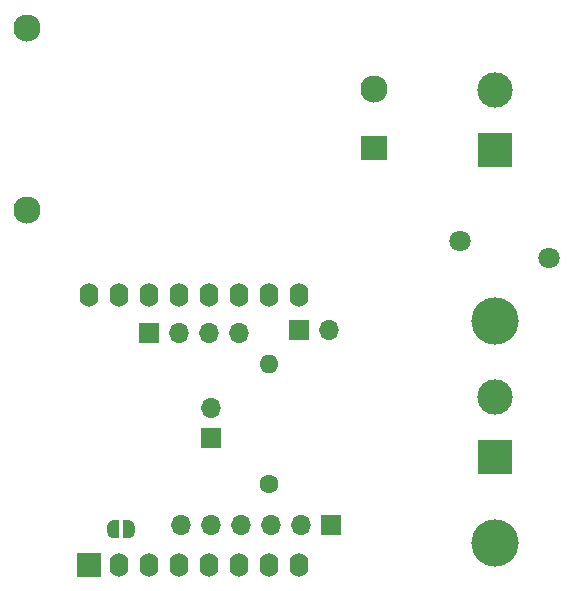
<source format=gbr>
%TF.GenerationSoftware,KiCad,Pcbnew,(5.1.9)-1*%
%TF.CreationDate,2021-08-20T11:33:55-03:00*%
%TF.ProjectId,SmartLightMk1,536d6172-744c-4696-9768-744d6b312e6b,rev?*%
%TF.SameCoordinates,Original*%
%TF.FileFunction,Soldermask,Bot*%
%TF.FilePolarity,Negative*%
%FSLAX46Y46*%
G04 Gerber Fmt 4.6, Leading zero omitted, Abs format (unit mm)*
G04 Created by KiCad (PCBNEW (5.1.9)-1) date 2021-08-20 11:33:55*
%MOMM*%
%LPD*%
G01*
G04 APERTURE LIST*
%ADD10O,1.700000X1.700000*%
%ADD11R,1.700000X1.700000*%
%ADD12C,3.000000*%
%ADD13R,3.000000X3.000000*%
%ADD14O,1.600000X2.000000*%
%ADD15R,2.000000X2.000000*%
%ADD16C,0.100000*%
%ADD17C,2.300000*%
%ADD18R,2.300000X2.000000*%
%ADD19C,1.600000*%
%ADD20O,1.600000X1.600000*%
%ADD21C,4.000000*%
%ADD22C,1.800000*%
G04 APERTURE END LIST*
D10*
%TO.C,J7*%
X138811000Y-98806000D03*
X136271000Y-98806000D03*
X133731000Y-98806000D03*
D11*
X131191000Y-98806000D03*
%TD*%
D12*
%TO.C,J2*%
X160475000Y-104246000D03*
D13*
X160475000Y-109326000D03*
%TD*%
D12*
%TO.C,J1*%
X160475000Y-78246000D03*
D13*
X160475000Y-83326000D03*
%TD*%
D11*
%TO.C,J6*%
X146558000Y-115062000D03*
D10*
X144018000Y-115062000D03*
X141478000Y-115062000D03*
X138938000Y-115062000D03*
X136398000Y-115062000D03*
X133858000Y-115062000D03*
%TD*%
D14*
%TO.C,U1*%
X128651000Y-118491000D03*
D15*
X126111000Y-118491000D03*
D14*
X131191000Y-118491000D03*
X133731000Y-118491000D03*
X136271000Y-118491000D03*
X138811000Y-118491000D03*
X141351000Y-118491000D03*
X143891000Y-118491000D03*
X143891000Y-95631000D03*
X141351000Y-95631000D03*
X138811000Y-95631000D03*
X136271000Y-95631000D03*
X133731000Y-95631000D03*
X131191000Y-95631000D03*
X128651000Y-95631000D03*
X126111000Y-95631000D03*
%TD*%
D16*
%TO.C,JP1*%
G36*
X128928000Y-114693000D02*
G01*
X129428000Y-114693000D01*
X129428000Y-114693602D01*
X129452534Y-114693602D01*
X129501365Y-114698412D01*
X129549490Y-114707984D01*
X129596445Y-114722228D01*
X129641778Y-114741005D01*
X129685051Y-114764136D01*
X129725850Y-114791396D01*
X129763779Y-114822524D01*
X129798476Y-114857221D01*
X129829604Y-114895150D01*
X129856864Y-114935949D01*
X129879995Y-114979222D01*
X129898772Y-115024555D01*
X129913016Y-115071510D01*
X129922588Y-115119635D01*
X129927398Y-115168466D01*
X129927398Y-115193000D01*
X129928000Y-115193000D01*
X129928000Y-115693000D01*
X129927398Y-115693000D01*
X129927398Y-115717534D01*
X129922588Y-115766365D01*
X129913016Y-115814490D01*
X129898772Y-115861445D01*
X129879995Y-115906778D01*
X129856864Y-115950051D01*
X129829604Y-115990850D01*
X129798476Y-116028779D01*
X129763779Y-116063476D01*
X129725850Y-116094604D01*
X129685051Y-116121864D01*
X129641778Y-116144995D01*
X129596445Y-116163772D01*
X129549490Y-116178016D01*
X129501365Y-116187588D01*
X129452534Y-116192398D01*
X129428000Y-116192398D01*
X129428000Y-116193000D01*
X128928000Y-116193000D01*
X128928000Y-114693000D01*
G37*
G36*
X128128000Y-116192398D02*
G01*
X128103466Y-116192398D01*
X128054635Y-116187588D01*
X128006510Y-116178016D01*
X127959555Y-116163772D01*
X127914222Y-116144995D01*
X127870949Y-116121864D01*
X127830150Y-116094604D01*
X127792221Y-116063476D01*
X127757524Y-116028779D01*
X127726396Y-115990850D01*
X127699136Y-115950051D01*
X127676005Y-115906778D01*
X127657228Y-115861445D01*
X127642984Y-115814490D01*
X127633412Y-115766365D01*
X127628602Y-115717534D01*
X127628602Y-115693000D01*
X127628000Y-115693000D01*
X127628000Y-115193000D01*
X127628602Y-115193000D01*
X127628602Y-115168466D01*
X127633412Y-115119635D01*
X127642984Y-115071510D01*
X127657228Y-115024555D01*
X127676005Y-114979222D01*
X127699136Y-114935949D01*
X127726396Y-114895150D01*
X127757524Y-114857221D01*
X127792221Y-114822524D01*
X127830150Y-114791396D01*
X127870949Y-114764136D01*
X127914222Y-114741005D01*
X127959555Y-114722228D01*
X128006510Y-114707984D01*
X128054635Y-114698412D01*
X128103466Y-114693602D01*
X128128000Y-114693602D01*
X128128000Y-114693000D01*
X128628000Y-114693000D01*
X128628000Y-116193000D01*
X128128000Y-116193000D01*
X128128000Y-116192398D01*
G37*
%TD*%
D17*
%TO.C,PS1*%
X120841000Y-88385000D03*
D18*
X150241000Y-83185000D03*
D17*
X150241000Y-78185000D03*
X120841000Y-72985000D03*
%TD*%
D19*
%TO.C,R1*%
X141351000Y-111658400D03*
D20*
X141351000Y-101498400D03*
%TD*%
D21*
%TO.C,J3*%
X160475000Y-97826000D03*
%TD*%
%TO.C,J4*%
X160475000Y-116586000D03*
%TD*%
D22*
%TO.C,RV1*%
X157480000Y-91059000D03*
X164980000Y-92459000D03*
%TD*%
D11*
%TO.C,JP2*%
X136398000Y-107696000D03*
D10*
X136398000Y-105156000D03*
%TD*%
D11*
%TO.C,J5*%
X143891000Y-98552000D03*
D10*
X146431000Y-98552000D03*
%TD*%
M02*

</source>
